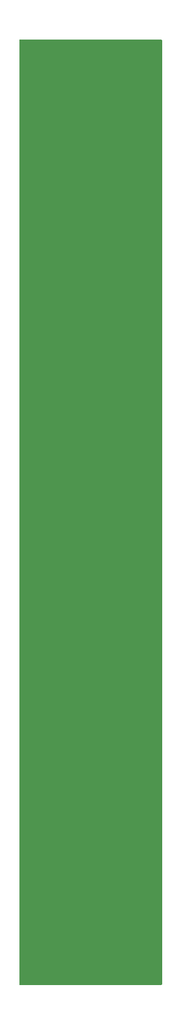
<source format=gbr>
%TF.GenerationSoftware,KiCad,Pcbnew,8.0.0*%
%TF.CreationDate,2024-06-17T17:19:52+02:00*%
%TF.ProjectId,Sloth_panel,536c6f74-685f-4706-916e-656c2e6b6963,rev?*%
%TF.SameCoordinates,Original*%
%TF.FileFunction,Copper,L1,Top*%
%TF.FilePolarity,Positive*%
%FSLAX46Y46*%
G04 Gerber Fmt 4.6, Leading zero omitted, Abs format (unit mm)*
G04 Created by KiCad (PCBNEW 8.0.0) date 2024-06-17 17:19:52*
%MOMM*%
%LPD*%
G01*
G04 APERTURE LIST*
%TA.AperFunction,ViaPad*%
%ADD10C,7.000000*%
%TD*%
%TA.AperFunction,ViaPad*%
%ADD11C,4.000000*%
%TD*%
%TA.AperFunction,ViaPad*%
%ADD12C,8.000000*%
%TD*%
G04 APERTURE END LIST*
D10*
%TO.N,GND*%
X56896000Y-129338000D03*
D11*
X54186000Y-156488000D03*
X59991000Y-121938000D03*
X53791000Y-136738000D03*
D10*
X56896000Y-144138000D03*
D11*
X54186000Y-33988000D03*
X59991000Y-136738000D03*
D12*
X56896000Y-65238000D03*
D10*
X56896000Y-114538000D03*
D11*
X53791000Y-121938000D03*
%TD*%
%TA.AperFunction,Conductor*%
%TO.N,GND*%
G36*
X66498539Y-31508185D02*
G01*
X66544294Y-31560989D01*
X66555500Y-31612500D01*
X66555500Y-158863500D01*
X66535815Y-158930539D01*
X66483011Y-158976294D01*
X66431500Y-158987500D01*
X47360500Y-158987500D01*
X47293461Y-158967815D01*
X47247706Y-158915011D01*
X47236500Y-158863500D01*
X47236500Y-31612500D01*
X47256185Y-31545461D01*
X47308989Y-31499706D01*
X47360500Y-31488500D01*
X66431500Y-31488500D01*
X66498539Y-31508185D01*
G37*
%TD.AperFunction*%
%TD*%
M02*

</source>
